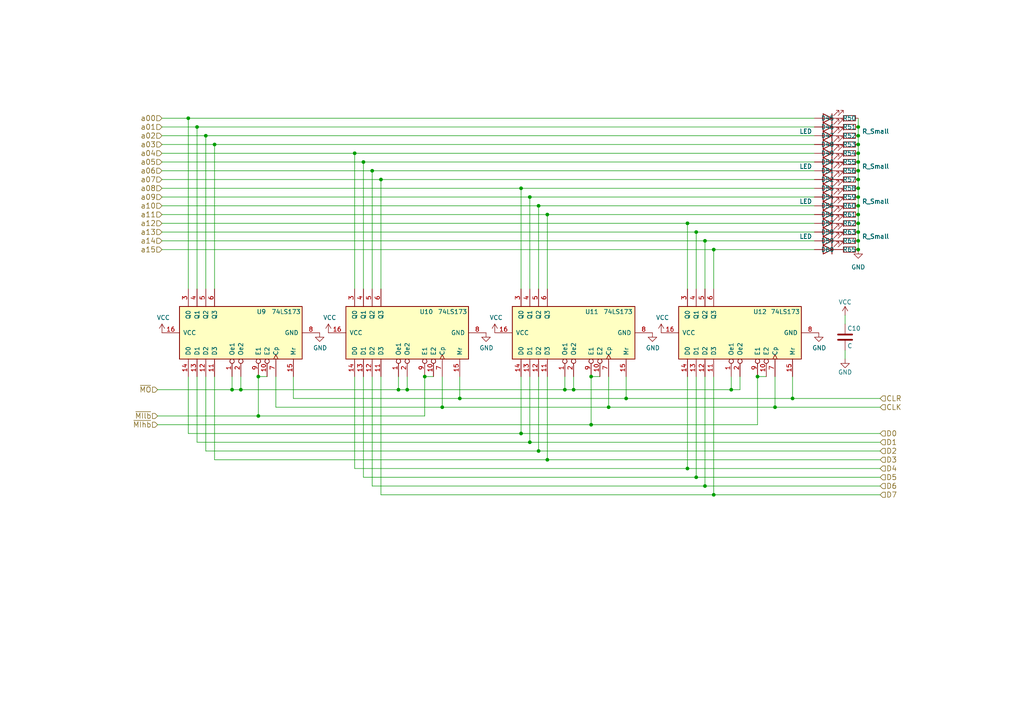
<source format=kicad_sch>
(kicad_sch (version 20211123) (generator eeschema)
  (paper "A4")
  (lib_symbols
    (symbol "74xx:74LS173" (pin_names (offset 1.016))
      (property "Reference" "U" (at -7.62 19.05 0))
      (property "Value" "74LS173" (at -7.62 -19.05 0))
      (symbol "74LS173_1_0"
        (pin input inverted (at -12.7 2.54 0) (length 5.08) (name "Oe1") (number "1"))
        (pin input inverted (at -12.7 -7.62 0) (length 5.08) (name "E2") (number "10"))
        (pin input line (at -12.7 7.62 0) (length 5.08) (name "D3") (number "11"))
        (pin input line (at -12.7 10.16 0) (length 5.08) (name "D2") (number "12"))
        (pin input line (at -12.7 12.7 0) (length 5.08) (name "D1") (number "13"))
        (pin input line (at -12.7 15.24 0) (length 5.08) (name "D0") (number "14"))
        (pin input line (at -12.7 -15.24 0) (length 5.08) (name "Mr") (number "15"))
        (pin power_in line (at 0 22.86 270) (length 5.08) (name "VCC") (number "16"))
        (pin input inverted (at -12.7 0 0) (length 5.08) (name "Oe2") (number "2"))
        (pin tri_state line (at 12.7 15.24 180) (length 5.08) (name "Q0") (number "3"))
        (pin tri_state line (at 12.7 12.7 180) (length 5.08) (name "Q1") (number "4"))
        (pin tri_state line (at 12.7 10.16 180) (length 5.08) (name "Q2") (number "5"))
        (pin tri_state line (at 12.7 7.62 180) (length 5.08) (name "Q3") (number "6"))
        (pin input clock (at -12.7 -10.16 0) (length 5.08) (name "Cp") (number "7"))
        (pin power_in line (at 0 -22.86 90) (length 5.08) (name "GND") (number "8"))
        (pin input inverted (at -12.7 -5.08 0) (length 5.08) (name "E1") (number "9"))
      )
      (symbol "74LS173_1_1"
        (rectangle (start -7.62 17.78) (end 7.62 -17.78) (stroke (width 0.254)) (fill (type background)))
      )
    )
    (symbol "Device:C" (pin_numbers hide) (pin_names (offset 0.254))
      (property "Reference" "C" (at 0.635 2.54 0))
      (property "Value" "C" (at 0.635 -2.54 0))
      (symbol "C_0_1"
        (polyline (pts (xy -2.032 -0.762) (xy 2.032 -0.762)) (stroke (width 0.508)))
        (polyline (pts (xy -2.032 0.762) (xy 2.032 0.762)) (stroke (width 0.508)))
      )
      (symbol "C_1_1"
        (pin passive line (at 0 3.81 270) (length 2.794) (name "~") (number "1"))
        (pin passive line (at 0 -3.81 90) (length 2.794) (name "~") (number "2"))
      )
    )
    (symbol "Device:LED" (pin_numbers hide) (pin_names (offset 1.016) hide)
      (property "Reference" "D" (at 0 2.54 0))
      (property "Value" "LED" (at 0 -2.54 0))
      (symbol "LED_0_1"
        (polyline (pts (xy -1.27 -1.27) (xy -1.27 1.27)) (stroke (width 0.254)))
        (polyline (pts (xy -1.27 0) (xy 1.27 0)))
        (polyline (pts (xy 1.27 -1.27) (xy 1.27 1.27) (xy -1.27 0) (xy 1.27 -1.27)) (stroke (width 0.254)))
        (polyline (pts (xy -3.048 -0.762) (xy -4.572 -2.286) (xy -3.81 -2.286) (xy -4.572 -2.286) (xy -4.572 -1.524)))
        (polyline (pts (xy -1.778 -0.762) (xy -3.302 -2.286) (xy -2.54 -2.286) (xy -3.302 -2.286) (xy -3.302 -1.524)))
      )
      (symbol "LED_1_1"
        (pin passive line (at -3.81 0 0) (length 2.54) (name "K") (number "1"))
        (pin passive line (at 3.81 0 180) (length 2.54) (name "A") (number "2"))
      )
    )
    (symbol "Device:R_Small" (pin_numbers hide) (pin_names (offset 0.254) hide)
      (property "Reference" "R" (at 0.762 0.508 0))
      (property "Value" "R_Small" (at 0.762 -1.016 0))
      (symbol "R_Small_0_1"
        (rectangle (start -0.762 1.778) (end 0.762 -1.778) (stroke (width 0.2032)))
      )
      (symbol "R_Small_1_1"
        (pin passive line (at 0 2.54 270) (length 0.762) (name "~") (number "1"))
        (pin passive line (at 0 -2.54 90) (length 0.762) (name "~") (number "2"))
      )
    )
    (symbol "power:GND" (power) (pin_names (offset 0))
      (property "Value" "GND" (at 0 -3.81 0))
      (symbol "GND_0_1"
        (polyline (pts (xy 0 0) (xy 0 -1.27) (xy 1.27 -1.27) (xy 0 -2.54) (xy -1.27 -1.27) (xy 0 -1.27)))
      )
      (symbol "GND_1_1"
        (pin power_in line (at 0 0 270) (length 0) hide (name "GND") (number "1"))
      )
    )
    (symbol "power:VCC" (power) (pin_names (offset 0))
      (property "Value" "VCC" (at 0 3.81 0))
      (symbol "VCC_0_1"
        (polyline (pts (xy -0.762 1.27) (xy 0 2.54)))
        (polyline (pts (xy 0 0) (xy 0 2.54)))
        (polyline (pts (xy 0 2.54) (xy 0.762 1.27)))
      )
      (symbol "VCC_1_1"
        (pin power_in line (at 0 0 90) (length 0) hide (name "VCC") (number "1"))
      )
    )
  )
  (junction (at 248.92 67.31))
  (junction (at 57.15 36.83))
  (junction (at 153.67 57.15))
  (junction (at 219.71 109.22))
  (junction (at 248.92 36.83))
  (junction (at 207.01 72.39))
  (junction (at 133.35 115.57))
  (junction (at 201.93 138.43))
  (junction (at 248.92 52.07))
  (junction (at 74.93 109.22))
  (junction (at 110.49 52.07))
  (junction (at 115.57 113.03))
  (junction (at 62.23 41.91))
  (junction (at 59.69 39.37))
  (junction (at 207.01 143.51))
  (junction (at 163.83 113.03))
  (junction (at 204.47 69.85))
  (junction (at 248.92 62.23))
  (junction (at 199.39 64.77))
  (junction (at 248.92 72.39))
  (junction (at 248.92 46.99))
  (junction (at 151.13 54.61))
  (junction (at 158.75 62.23))
  (junction (at 248.92 49.53))
  (junction (at 166.37 113.03))
  (junction (at 102.87 44.45))
  (junction (at 248.92 57.15))
  (junction (at 156.21 59.69))
  (junction (at 153.67 128.27))
  (junction (at 54.61 34.29))
  (junction (at 201.93 67.31))
  (junction (at 151.13 125.73))
  (junction (at 74.93 120.65))
  (junction (at 105.41 46.99))
  (junction (at 248.92 64.77))
  (junction (at 181.61 115.57))
  (junction (at 248.92 44.45))
  (junction (at 171.45 109.22))
  (junction (at 212.09 113.03))
  (junction (at 118.11 113.03))
  (junction (at 156.21 130.81))
  (junction (at 176.53 118.11))
  (junction (at 171.45 123.19))
  (junction (at 204.47 140.97))
  (junction (at 69.85 113.03))
  (junction (at 248.92 69.85))
  (junction (at 229.87 115.57))
  (junction (at 224.79 118.11))
  (junction (at 248.92 41.91))
  (junction (at 158.75 133.35))
  (junction (at 67.31 113.03))
  (junction (at 128.27 118.11))
  (junction (at 248.92 59.69))
  (junction (at 123.19 109.22))
  (junction (at 107.95 49.53))
  (junction (at 248.92 54.61))
  (junction (at 199.39 135.89))
  (junction (at 248.92 39.37))
  (wire (pts (xy 163.83 109.22) (xy 163.83 113.03)))
  (wire (pts (xy 207.01 72.39) (xy 236.22 72.39)))
  (wire (pts (xy 46.99 62.23) (xy 158.75 62.23)))
  (wire (pts (xy 181.61 109.22) (xy 181.61 115.57)))
  (wire (pts (xy 151.13 54.61) (xy 151.13 83.82)))
  (wire (pts (xy 54.61 34.29) (xy 236.22 34.29)))
  (wire (pts (xy 166.37 113.03) (xy 166.37 109.22)))
  (wire (pts (xy 201.93 67.31) (xy 201.93 83.82)))
  (wire (pts (xy 245.11 104.14) (xy 245.11 101.6)))
  (wire (pts (xy 105.41 109.22) (xy 105.41 138.43)))
  (wire (pts (xy 248.92 41.91) (xy 248.92 44.45)))
  (wire (pts (xy 123.19 109.22) (xy 123.19 120.65)))
  (wire (pts (xy 74.93 109.22) (xy 74.93 120.65)))
  (wire (pts (xy 110.49 109.22) (xy 110.49 143.51)))
  (wire (pts (xy 153.67 128.27) (xy 255.27 128.27)))
  (wire (pts (xy 204.47 69.85) (xy 236.22 69.85)))
  (wire (pts (xy 171.45 109.22) (xy 173.99 109.22)))
  (wire (pts (xy 46.99 67.31) (xy 201.93 67.31)))
  (wire (pts (xy 46.99 49.53) (xy 107.95 49.53)))
  (wire (pts (xy 151.13 125.73) (xy 54.61 125.73)))
  (wire (pts (xy 46.99 64.77) (xy 199.39 64.77)))
  (wire (pts (xy 151.13 54.61) (xy 236.22 54.61)))
  (wire (pts (xy 224.79 118.11) (xy 255.27 118.11)))
  (wire (pts (xy 45.72 113.03) (xy 67.31 113.03)))
  (wire (pts (xy 105.41 46.99) (xy 236.22 46.99)))
  (wire (pts (xy 46.99 46.99) (xy 105.41 46.99)))
  (wire (pts (xy 46.99 72.39) (xy 207.01 72.39)))
  (wire (pts (xy 46.99 39.37) (xy 59.69 39.37)))
  (wire (pts (xy 212.09 109.22) (xy 212.09 113.03)))
  (wire (pts (xy 57.15 36.83) (xy 236.22 36.83)))
  (wire (pts (xy 110.49 52.07) (xy 236.22 52.07)))
  (wire (pts (xy 248.92 44.45) (xy 248.92 46.99)))
  (wire (pts (xy 105.41 138.43) (xy 201.93 138.43)))
  (wire (pts (xy 248.92 52.07) (xy 248.92 54.61)))
  (wire (pts (xy 199.39 64.77) (xy 236.22 64.77)))
  (wire (pts (xy 133.35 109.22) (xy 133.35 115.57)))
  (wire (pts (xy 59.69 83.82) (xy 59.69 39.37)))
  (wire (pts (xy 123.19 109.22) (xy 125.73 109.22)))
  (wire (pts (xy 128.27 118.11) (xy 176.53 118.11)))
  (wire (pts (xy 153.67 109.22) (xy 153.67 128.27)))
  (wire (pts (xy 214.63 113.03) (xy 212.09 113.03)))
  (wire (pts (xy 171.45 123.19) (xy 219.71 123.19)))
  (wire (pts (xy 151.13 125.73) (xy 255.27 125.73)))
  (wire (pts (xy 171.45 109.22) (xy 171.45 123.19)))
  (wire (pts (xy 107.95 109.22) (xy 107.95 140.97)))
  (wire (pts (xy 248.92 62.23) (xy 248.92 64.77)))
  (wire (pts (xy 62.23 83.82) (xy 62.23 41.91)))
  (wire (pts (xy 46.99 41.91) (xy 62.23 41.91)))
  (wire (pts (xy 110.49 143.51) (xy 207.01 143.51)))
  (wire (pts (xy 153.67 57.15) (xy 236.22 57.15)))
  (wire (pts (xy 166.37 113.03) (xy 212.09 113.03)))
  (wire (pts (xy 107.95 49.53) (xy 236.22 49.53)))
  (wire (pts (xy 85.09 109.22) (xy 85.09 115.57)))
  (wire (pts (xy 158.75 133.35) (xy 255.27 133.35)))
  (wire (pts (xy 107.95 49.53) (xy 107.95 83.82)))
  (wire (pts (xy 80.01 118.11) (xy 128.27 118.11)))
  (wire (pts (xy 118.11 113.03) (xy 163.83 113.03)))
  (wire (pts (xy 102.87 135.89) (xy 199.39 135.89)))
  (wire (pts (xy 67.31 113.03) (xy 69.85 113.03)))
  (wire (pts (xy 62.23 133.35) (xy 158.75 133.35)))
  (wire (pts (xy 248.92 49.53) (xy 248.92 52.07)))
  (wire (pts (xy 201.93 109.22) (xy 201.93 138.43)))
  (wire (pts (xy 248.92 64.77) (xy 248.92 67.31)))
  (wire (pts (xy 59.69 109.22) (xy 59.69 130.81)))
  (wire (pts (xy 57.15 83.82) (xy 57.15 36.83)))
  (wire (pts (xy 248.92 34.29) (xy 248.92 36.83)))
  (wire (pts (xy 163.83 113.03) (xy 166.37 113.03)))
  (wire (pts (xy 46.99 54.61) (xy 151.13 54.61)))
  (wire (pts (xy 46.99 34.29) (xy 54.61 34.29)))
  (wire (pts (xy 204.47 69.85) (xy 204.47 83.82)))
  (wire (pts (xy 248.92 46.99) (xy 248.92 49.53)))
  (wire (pts (xy 133.35 115.57) (xy 181.61 115.57)))
  (wire (pts (xy 118.11 109.22) (xy 118.11 113.03)))
  (wire (pts (xy 46.99 57.15) (xy 153.67 57.15)))
  (wire (pts (xy 201.93 138.43) (xy 255.27 138.43)))
  (wire (pts (xy 102.87 109.22) (xy 102.87 135.89)))
  (wire (pts (xy 105.41 46.99) (xy 105.41 83.82)))
  (wire (pts (xy 199.39 109.22) (xy 199.39 135.89)))
  (wire (pts (xy 46.99 36.83) (xy 57.15 36.83)))
  (wire (pts (xy 248.92 39.37) (xy 248.92 41.91)))
  (wire (pts (xy 224.79 109.22) (xy 224.79 118.11)))
  (wire (pts (xy 85.09 115.57) (xy 133.35 115.57)))
  (wire (pts (xy 207.01 109.22) (xy 207.01 143.51)))
  (wire (pts (xy 102.87 44.45) (xy 102.87 83.82)))
  (wire (pts (xy 219.71 109.22) (xy 219.71 123.19)))
  (wire (pts (xy 46.99 52.07) (xy 110.49 52.07)))
  (wire (pts (xy 54.61 34.29) (xy 54.61 83.82)))
  (wire (pts (xy 102.87 44.45) (xy 236.22 44.45)))
  (wire (pts (xy 46.99 44.45) (xy 102.87 44.45)))
  (wire (pts (xy 158.75 62.23) (xy 236.22 62.23)))
  (wire (pts (xy 158.75 62.23) (xy 158.75 83.82)))
  (wire (pts (xy 176.53 109.22) (xy 176.53 118.11)))
  (wire (pts (xy 156.21 59.69) (xy 236.22 59.69)))
  (wire (pts (xy 151.13 125.73) (xy 151.13 109.22)))
  (wire (pts (xy 46.99 69.85) (xy 204.47 69.85)))
  (wire (pts (xy 156.21 83.82) (xy 156.21 59.69)))
  (wire (pts (xy 201.93 67.31) (xy 236.22 67.31)))
  (wire (pts (xy 248.92 67.31) (xy 248.92 69.85)))
  (wire (pts (xy 248.92 36.83) (xy 248.92 39.37)))
  (wire (pts (xy 62.23 41.91) (xy 236.22 41.91)))
  (wire (pts (xy 176.53 118.11) (xy 224.79 118.11)))
  (wire (pts (xy 57.15 109.22) (xy 57.15 128.27)))
  (wire (pts (xy 74.93 109.22) (xy 77.47 109.22)))
  (wire (pts (xy 245.11 93.98) (xy 245.11 91.44)))
  (wire (pts (xy 207.01 143.51) (xy 255.27 143.51)))
  (wire (pts (xy 156.21 109.22) (xy 156.21 130.81)))
  (wire (pts (xy 248.92 54.61) (xy 248.92 57.15)))
  (wire (pts (xy 181.61 115.57) (xy 229.87 115.57)))
  (wire (pts (xy 229.87 109.22) (xy 229.87 115.57)))
  (wire (pts (xy 45.72 123.19) (xy 171.45 123.19)))
  (wire (pts (xy 59.69 130.81) (xy 156.21 130.81)))
  (wire (pts (xy 128.27 109.22) (xy 128.27 118.11)))
  (wire (pts (xy 110.49 52.07) (xy 110.49 83.82)))
  (wire (pts (xy 199.39 135.89) (xy 255.27 135.89)))
  (wire (pts (xy 45.72 120.65) (xy 74.93 120.65)))
  (wire (pts (xy 67.31 113.03) (xy 67.31 109.22)))
  (wire (pts (xy 54.61 125.73) (xy 54.61 109.22)))
  (wire (pts (xy 69.85 109.22) (xy 69.85 113.03)))
  (wire (pts (xy 46.99 59.69) (xy 156.21 59.69)))
  (wire (pts (xy 248.92 59.69) (xy 248.92 62.23)))
  (wire (pts (xy 107.95 140.97) (xy 204.47 140.97)))
  (wire (pts (xy 57.15 128.27) (xy 153.67 128.27)))
  (wire (pts (xy 62.23 109.22) (xy 62.23 133.35)))
  (wire (pts (xy 80.01 109.22) (xy 80.01 118.11)))
  (wire (pts (xy 69.85 113.03) (xy 115.57 113.03)))
  (wire (pts (xy 204.47 140.97) (xy 255.27 140.97)))
  (wire (pts (xy 248.92 57.15) (xy 248.92 59.69)))
  (wire (pts (xy 219.71 109.22) (xy 222.25 109.22)))
  (wire (pts (xy 248.92 69.85) (xy 248.92 72.39)))
  (wire (pts (xy 199.39 64.77) (xy 199.39 83.82)))
  (wire (pts (xy 118.11 113.03) (xy 115.57 113.03)))
  (wire (pts (xy 74.93 120.65) (xy 123.19 120.65)))
  (wire (pts (xy 207.01 72.39) (xy 207.01 83.82)))
  (wire (pts (xy 153.67 57.15) (xy 153.67 83.82)))
  (wire (pts (xy 229.87 115.57) (xy 255.27 115.57)))
  (wire (pts (xy 156.21 130.81) (xy 255.27 130.81)))
  (wire (pts (xy 59.69 39.37) (xy 236.22 39.37)))
  (wire (pts (xy 214.63 109.22) (xy 214.63 113.03)))
  (wire (pts (xy 204.47 109.22) (xy 204.47 140.97)))
  (wire (pts (xy 158.75 109.22) (xy 158.75 133.35)))
  (wire (pts (xy 115.57 109.22) (xy 115.57 113.03)))
  (hierarchical_label "a07" (shape input) (at 46.99 52.07 180) (effects (font (size 1.524 1.524))))
  (hierarchical_label "D4" (shape input) (at 255.27 135.89 0) (effects (font (size 1.524 1.524))))
  (hierarchical_label "~{MIlb}" (shape input) (at 45.72 120.65 180) (effects (font (size 1.524 1.524))))
  (hierarchical_label "~{MO}" (shape input) (at 45.72 113.03 180) (effects (font (size 1.524 1.524))))
  (hierarchical_label "a09" (shape input) (at 46.99 57.15 180) (effects (font (size 1.524 1.524))))
  (hierarchical_label "a13" (shape input) (at 46.99 67.31 180) (effects (font (size 1.524 1.524))))
  (hierarchical_label "a11" (shape input) (at 46.99 62.23 180) (effects (font (size 1.524 1.524))))
  (hierarchical_label "a03" (shape input) (at 46.99 41.91 180) (effects (font (size 1.524 1.524))))
  (hierarchical_label "CLK" (shape input) (at 255.27 118.11 0) (effects (font (size 1.524 1.524))))
  (hierarchical_label "a04" (shape input) (at 46.99 44.45 180) (effects (font (size 1.524 1.524))))
  (hierarchical_label "D6" (shape input) (at 255.27 140.97 0) (effects (font (size 1.524 1.524))))
  (hierarchical_label "a00" (shape input) (at 46.99 34.29 180) (effects (font (size 1.524 1.524))))
  (hierarchical_label "D5" (shape input) (at 255.27 138.43 0) (effects (font (size 1.524 1.524))))
  (hierarchical_label "D7" (shape input) (at 255.27 143.51 0) (effects (font (size 1.524 1.524))))
  (hierarchical_label "D0" (shape input) (at 255.27 125.73 0) (effects (font (size 1.524 1.524))))
  (hierarchical_label "D2" (shape input) (at 255.27 130.81 0) (effects (font (size 1.524 1.524))))
  (hierarchical_label "a14" (shape input) (at 46.99 69.85 180) (effects (font (size 1.524 1.524))))
  (hierarchical_label "a02" (shape input) (at 46.99 39.37 180) (effects (font (size 1.524 1.524))))
  (hierarchical_label "a05" (shape input) (at 46.99 46.99 180) (effects (font (size 1.524 1.524))))
  (hierarchical_label "CLR" (shape input) (at 255.27 115.57 0) (effects (font (size 1.524 1.524))))
  (hierarchical_label "a12" (shape input) (at 46.99 64.77 180) (effects (font (size 1.524 1.524))))
  (hierarchical_label "a10" (shape input) (at 46.99 59.69 180) (effects (font (size 1.524 1.524))))
  (hierarchical_label "D3" (shape input) (at 255.27 133.35 0) (effects (font (size 1.524 1.524))))
  (hierarchical_label "D1" (shape input) (at 255.27 128.27 0) (effects (font (size 1.524 1.524))))
  (hierarchical_label "a06" (shape input) (at 46.99 49.53 180) (effects (font (size 1.524 1.524))))
  (hierarchical_label "a15" (shape input) (at 46.99 72.39 180) (effects (font (size 1.524 1.524))))
  (hierarchical_label "~{MIhb}" (shape input) (at 45.72 123.19 180) (effects (font (size 1.524 1.524))))
  (hierarchical_label "a08" (shape input) (at 46.99 54.61 180) (effects (font (size 1.524 1.524))))
  (hierarchical_label "a01" (shape input) (at 46.99 36.83 180) (effects (font (size 1.524 1.524))))
  (symbol (lib_id "Device:C") (at 245.11 97.79 0) (unit 1)
    (property "Reference" "C10" (at 245.745 95.25 0) (effects (justify left)))
    (property "Value" "C" (at 245.745 100.33 0) (effects (justify left)))
    (property "Footprint" "Capacitor_THT:C_Disc_D4.3mm_W1.9mm_P5.00mm" (effects hide))
  )
  (symbol (lib_id "power:VCC") (at 245.11 91.44 0) (unit 1)
    (property "Reference" "#PWR053" (effects hide))
    (property "Value" "VCC" (at 245.11 87.63 0))
  )
  (symbol (lib_id "power:GND") (at 245.11 104.14 0) (unit 1)
    (property "Reference" "#PWR054" (effects hide))
    (property "Value" "GND" (at 245.11 107.95 0))
  )
  (symbol (lib_id "74xx:74LS173") (at 214.63 96.52 90) (unit 1)
    (property "Reference" "U12" (at 218.44 90.424 90) (effects (justify right)))
    (property "Value" "74LS173" (at 223.52 90.424 90) (effects (justify right)))
    (property "Datasheet" "http://www.ti.com/lit/gpn/sn74LS173" (effects hide))
  )
  (symbol (lib_id "74xx:74LS173") (at 166.37 96.52 90) (unit 1)
    (property "Reference" "U11" (at 169.672 90.424 90) (effects (justify right)))
    (property "Value" "74LS173" (at 175.006 90.424 90) (effects (justify right)))
    (property "Datasheet" "http://www.ti.com/lit/gpn/sn74LS173" (effects hide))
  )
  (symbol (lib_id "power:VCC") (at 191.77 96.52 0) (unit 1)
    (property "Reference" "#PWR051" (effects hide))
    (property "Value" "VCC" (at 192.151 92.1258 0))
  )
  (symbol (lib_id "power:VCC") (at 143.51 96.52 0) (unit 1)
    (property "Reference" "#PWR049" (effects hide))
    (property "Value" "VCC" (at 143.891 92.1258 0))
  )
  (symbol (lib_id "power:GND") (at 189.23 96.52 0) (unit 1)
    (property "Reference" "#PWR050" (effects hide))
    (property "Value" "GND" (at 189.357 100.9142 0))
  )
  (symbol (lib_id "power:GND") (at 237.49 96.52 0) (unit 1)
    (property "Reference" "#PWR052" (effects hide))
    (property "Value" "GND" (at 237.617 100.9142 0))
  )
  (symbol (lib_id "Device:LED") (at 240.03 34.29 180) (unit 1)
    (property "Reference" "D45" (at 240.03 34.29 0))
    (property "Value" "LED" (at 233.68 38.1 0))
  )
  (symbol (lib_id "Device:R_Small") (at 246.38 57.15 90) (unit 1)
    (property "Reference" "R59" (at 246.38 57.15 90))
    (property "Value" "R_Small" (at 254 58.42 90))
  )
  (symbol (lib_id "Device:R_Small") (at 246.38 41.91 90) (unit 1)
    (property "Reference" "R53" (at 246.38 41.91 90))
    (property "Value" "R_Small" (at 254 38.1 90))
  )
  (symbol (lib_id "Device:LED") (at 240.03 57.15 180) (unit 1)
    (property "Reference" "D54" (at 240.03 57.15 0))
    (property "Value" "LED" (at 233.68 58.42 0))
  )
  (symbol (lib_id "Device:LED") (at 240.03 39.37 180) (unit 1)
    (property "Reference" "D47" (at 240.03 39.37 0))
    (property "Value" "LED" (at 233.68 38.1 0))
  )
  (symbol (lib_id "Device:LED") (at 240.03 44.45 180) (unit 1)
    (property "Reference" "D49" (at 240.03 44.45 0))
    (property "Value" "LED" (at 233.68 48.26 0))
  )
  (symbol (lib_id "Device:R_Small") (at 246.38 64.77 90) (unit 1)
    (property "Reference" "R62" (at 246.38 64.77 90))
    (property "Value" "R_Small" (at 254 68.58 90))
  )
  (symbol (lib_id "Device:R_Small") (at 246.38 62.23 90) (unit 1)
    (property "Reference" "R61" (at 246.38 62.23 90))
    (property "Value" "R_Small" (at 254 58.42 90))
  )
  (symbol (lib_id "power:VCC") (at 95.25 96.52 0) (unit 1)
    (property "Reference" "#PWR047" (effects hide))
    (property "Value" "VCC" (at 95.631 92.1258 0))
  )
  (symbol (lib_id "Device:LED") (at 240.03 46.99 180) (unit 1)
    (property "Reference" "D50" (at 240.03 46.99 0))
    (property "Value" "LED" (at 233.68 48.26 0))
  )
  (symbol (lib_id "Device:LED") (at 240.03 69.85 180) (unit 1)
    (property "Reference" "D59" (at 240.03 69.85 0))
    (property "Value" "LED" (at 233.68 68.58 0))
  )
  (symbol (lib_id "Device:R_Small") (at 246.38 44.45 90) (unit 1)
    (property "Reference" "R54" (at 246.38 44.45 90))
    (property "Value" "R_Small" (at 254 48.26 90))
  )
  (symbol (lib_id "power:GND") (at 140.97 96.52 0) (unit 1)
    (property "Reference" "#PWR048" (effects hide))
    (property "Value" "GND" (at 141.097 100.9142 0))
  )
  (symbol (lib_id "Device:LED") (at 240.03 49.53 180) (unit 1)
    (property "Reference" "D51" (at 240.03 49.53 0))
    (property "Value" "LED" (at 233.68 48.26 0))
  )
  (symbol (lib_id "Device:R_Small") (at 246.38 34.29 90) (unit 1)
    (property "Reference" "R50" (at 246.38 34.29 90))
    (property "Value" "R_Small" (at 254 38.1 90))
  )
  (symbol (lib_id "Device:R_Small") (at 246.38 36.83 90) (unit 1)
    (property "Reference" "R51" (at 246.38 36.83 90))
    (property "Value" "R_Small" (at 254 38.1 90))
  )
  (symbol (lib_id "Device:R_Small") (at 246.38 39.37 90) (unit 1)
    (property "Reference" "R52" (at 246.38 39.37 90))
    (property "Value" "R_Small" (at 254 38.1 90))
  )
  (symbol (lib_id "Device:LED") (at 240.03 52.07 180) (unit 1)
    (property "Reference" "D52" (at 240.03 52.07 0))
    (property "Value" "LED" (at 233.68 48.26 0))
  )
  (symbol (lib_id "Device:LED") (at 240.03 41.91 180) (unit 1)
    (property "Reference" "D48" (at 240.03 41.91 0))
    (property "Value" "LED" (at 233.68 38.1 0))
  )
  (symbol (lib_id "Device:R_Small") (at 246.38 72.39 90) (unit 1)
    (property "Reference" "R65" (at 246.38 72.39 90))
    (property "Value" "R_Small" (at 254 68.58 90))
  )
  (symbol (lib_id "Device:R_Small") (at 246.38 52.07 90) (unit 1)
    (property "Reference" "R57" (at 246.38 52.07 90))
    (property "Value" "R_Small" (at 254 48.26 90))
  )
  (symbol (lib_id "Device:LED") (at 240.03 36.83 180) (unit 1)
    (property "Reference" "D46" (at 240.03 36.83 0))
    (property "Value" "LED" (at 233.68 38.1 0))
  )
  (symbol (lib_id "Device:LED") (at 240.03 59.69 180) (unit 1)
    (property "Reference" "D55" (at 240.03 59.69 0))
    (property "Value" "LED" (at 233.68 58.42 0))
  )
  (symbol (lib_id "Device:LED") (at 240.03 54.61 180) (unit 1)
    (property "Reference" "D53" (at 240.03 54.61 0))
    (property "Value" "LED" (at 233.68 58.42 0))
  )
  (symbol (lib_id "Device:R_Small") (at 246.38 69.85 90) (unit 1)
    (property "Reference" "R64" (at 246.38 69.85 90))
    (property "Value" "R_Small" (at 254 68.58 90))
  )
  (symbol (lib_id "Device:R_Small") (at 246.38 54.61 90) (unit 1)
    (property "Reference" "R58" (at 246.38 54.61 90))
    (property "Value" "R_Small" (at 254 58.42 90))
  )
  (symbol (lib_id "power:GND") (at 92.71 96.52 0) (unit 1)
    (property "Reference" "#PWR046" (effects hide))
    (property "Value" "GND" (at 92.837 100.9142 0))
  )
  (symbol (lib_id "Device:LED") (at 240.03 67.31 180) (unit 1)
    (property "Reference" "D58" (at 240.03 67.31 0))
    (property "Value" "LED" (at 233.68 68.58 0))
  )
  (symbol (lib_id "74xx:74LS173") (at 118.11 96.52 90) (unit 1)
    (property "Reference" "U10" (at 121.666 90.424 90) (effects (justify right)))
    (property "Value" "74LS173" (at 127 90.424 90) (effects (justify right)))
    (property "Datasheet" "http://www.ti.com/lit/gpn/sn74LS173" (effects hide))
  )
  (symbol (lib_id "Device:LED") (at 240.03 72.39 180) (unit 1)
    (property "Reference" "D60" (at 240.03 72.39 0))
    (property "Value" "LED" (at 233.68 68.58 0))
  )
  (symbol (lib_id "74xx:74LS173") (at 69.85 96.52 90) (unit 1)
    (property "Reference" "U9" (at 74.422 90.424 90) (effects (justify right)))
    (property "Value" "74LS173" (at 78.74 90.424 90) (effects (justify right)))
    (property "Datasheet" "http://www.ti.com/lit/gpn/sn74LS173" (effects hide))
  )
  (symbol (lib_id "power:VCC") (at 46.99 96.52 0) (unit 1)
    (property "Reference" "#PWR045" (effects hide))
    (property "Value" "VCC" (at 47.371 92.1258 0))
  )
  (symbol (lib_id "power:GND") (at 248.92 72.39 0) (unit 1)
    (property "Reference" "#PWR055" (effects hide))
    (property "Value" "GND" (at 248.92 77.47 0))
  )
  (symbol (lib_id "Device:R_Small") (at 246.38 67.31 90) (unit 1)
    (property "Reference" "R63" (at 246.38 67.31 90))
    (property "Value" "R_Small" (at 254 68.58 90))
  )
  (symbol (lib_id "Device:R_Small") (at 246.38 49.53 90) (unit 1)
    (property "Reference" "R56" (at 246.38 49.53 90))
    (property "Value" "R_Small" (at 254 48.26 90))
  )
  (symbol (lib_id "Device:LED") (at 240.03 64.77 180) (unit 1)
    (property "Reference" "D57" (at 240.03 64.77 0))
    (property "Value" "LED" (at 233.68 68.58 0))
  )
  (symbol (lib_id "Device:LED") (at 240.03 62.23 180) (unit 1)
    (property "Reference" "D56" (at 240.03 62.23 0))
    (property "Value" "LED" (at 233.68 58.42 0))
  )
  (symbol (lib_id "Device:R_Small") (at 246.38 46.99 90) (unit 1)
    (property "Reference" "R55" (at 246.38 46.99 90))
    (property "Value" "R_Small" (at 254 48.26 90))
  )
  (symbol (lib_id "Device:R_Small") (at 246.38 59.69 90) (unit 1)
    (property "Reference" "R60" (at 246.38 59.69 90))
    (property "Value" "R_Small" (at 254 58.42 90))
  )
)
</source>
